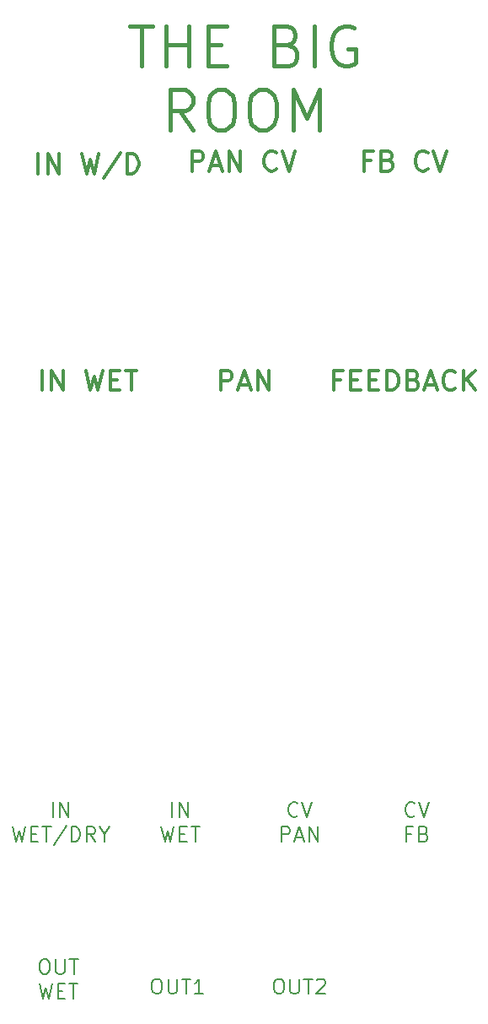
<source format=gbr>
G04 #@! TF.GenerationSoftware,KiCad,Pcbnew,(5.1.9-0-10_14)*
G04 #@! TF.CreationDate,2021-02-15T21:42:47-08:00*
G04 #@! TF.ProjectId,bigroom,62696772-6f6f-46d2-9e6b-696361645f70,rev?*
G04 #@! TF.SameCoordinates,Original*
G04 #@! TF.FileFunction,Legend,Top*
G04 #@! TF.FilePolarity,Positive*
%FSLAX46Y46*%
G04 Gerber Fmt 4.6, Leading zero omitted, Abs format (unit mm)*
G04 Created by KiCad (PCBNEW (5.1.9-0-10_14)) date 2021-02-15 21:42:47*
%MOMM*%
%LPD*%
G01*
G04 APERTURE LIST*
%ADD10C,0.200000*%
%ADD11C,0.400000*%
%ADD12C,0.300000*%
G04 APERTURE END LIST*
D10*
X42321428Y-80560714D02*
X42250000Y-80632142D01*
X42035714Y-80703571D01*
X41892857Y-80703571D01*
X41678571Y-80632142D01*
X41535714Y-80489285D01*
X41464285Y-80346428D01*
X41392857Y-80060714D01*
X41392857Y-79846428D01*
X41464285Y-79560714D01*
X41535714Y-79417857D01*
X41678571Y-79275000D01*
X41892857Y-79203571D01*
X42035714Y-79203571D01*
X42250000Y-79275000D01*
X42321428Y-79346428D01*
X42750000Y-79203571D02*
X43250000Y-80703571D01*
X43750000Y-79203571D01*
X41964285Y-82367857D02*
X41464285Y-82367857D01*
X41464285Y-83153571D02*
X41464285Y-81653571D01*
X42178571Y-81653571D01*
X43250000Y-82367857D02*
X43464285Y-82439285D01*
X43535714Y-82510714D01*
X43607142Y-82653571D01*
X43607142Y-82867857D01*
X43535714Y-83010714D01*
X43464285Y-83082142D01*
X43321428Y-83153571D01*
X42750000Y-83153571D01*
X42750000Y-81653571D01*
X43250000Y-81653571D01*
X43392857Y-81725000D01*
X43464285Y-81796428D01*
X43535714Y-81939285D01*
X43535714Y-82082142D01*
X43464285Y-82225000D01*
X43392857Y-82296428D01*
X43250000Y-82367857D01*
X42750000Y-82367857D01*
X30571428Y-80560714D02*
X30500000Y-80632142D01*
X30285714Y-80703571D01*
X30142857Y-80703571D01*
X29928571Y-80632142D01*
X29785714Y-80489285D01*
X29714285Y-80346428D01*
X29642857Y-80060714D01*
X29642857Y-79846428D01*
X29714285Y-79560714D01*
X29785714Y-79417857D01*
X29928571Y-79275000D01*
X30142857Y-79203571D01*
X30285714Y-79203571D01*
X30500000Y-79275000D01*
X30571428Y-79346428D01*
X31000000Y-79203571D02*
X31500000Y-80703571D01*
X32000000Y-79203571D01*
X28928571Y-83153571D02*
X28928571Y-81653571D01*
X29500000Y-81653571D01*
X29642857Y-81725000D01*
X29714285Y-81796428D01*
X29785714Y-81939285D01*
X29785714Y-82153571D01*
X29714285Y-82296428D01*
X29642857Y-82367857D01*
X29500000Y-82439285D01*
X28928571Y-82439285D01*
X30357142Y-82725000D02*
X31071428Y-82725000D01*
X30214285Y-83153571D02*
X30714285Y-81653571D01*
X31214285Y-83153571D01*
X31714285Y-83153571D02*
X31714285Y-81653571D01*
X32571428Y-83153571D01*
X32571428Y-81653571D01*
X17964285Y-80703571D02*
X17964285Y-79203571D01*
X18678571Y-80703571D02*
X18678571Y-79203571D01*
X19535714Y-80703571D01*
X19535714Y-79203571D01*
X16857142Y-81653571D02*
X17214285Y-83153571D01*
X17500000Y-82082142D01*
X17785714Y-83153571D01*
X18142857Y-81653571D01*
X18714285Y-82367857D02*
X19214285Y-82367857D01*
X19428571Y-83153571D02*
X18714285Y-83153571D01*
X18714285Y-81653571D01*
X19428571Y-81653571D01*
X19857142Y-81653571D02*
X20714285Y-81653571D01*
X20285714Y-83153571D02*
X20285714Y-81653571D01*
X5964285Y-80703571D02*
X5964285Y-79203571D01*
X6678571Y-80703571D02*
X6678571Y-79203571D01*
X7535714Y-80703571D01*
X7535714Y-79203571D01*
X1928571Y-81653571D02*
X2285714Y-83153571D01*
X2571428Y-82082142D01*
X2857142Y-83153571D01*
X3214285Y-81653571D01*
X3785714Y-82367857D02*
X4285714Y-82367857D01*
X4500000Y-83153571D02*
X3785714Y-83153571D01*
X3785714Y-81653571D01*
X4500000Y-81653571D01*
X4928571Y-81653571D02*
X5785714Y-81653571D01*
X5357142Y-83153571D02*
X5357142Y-81653571D01*
X7357142Y-81582142D02*
X6071428Y-83510714D01*
X7857142Y-83153571D02*
X7857142Y-81653571D01*
X8214285Y-81653571D01*
X8428571Y-81725000D01*
X8571428Y-81867857D01*
X8642857Y-82010714D01*
X8714285Y-82296428D01*
X8714285Y-82510714D01*
X8642857Y-82796428D01*
X8571428Y-82939285D01*
X8428571Y-83082142D01*
X8214285Y-83153571D01*
X7857142Y-83153571D01*
X10214285Y-83153571D02*
X9714285Y-82439285D01*
X9357142Y-83153571D02*
X9357142Y-81653571D01*
X9928571Y-81653571D01*
X10071428Y-81725000D01*
X10142857Y-81796428D01*
X10214285Y-81939285D01*
X10214285Y-82153571D01*
X10142857Y-82296428D01*
X10071428Y-82367857D01*
X9928571Y-82439285D01*
X9357142Y-82439285D01*
X11142857Y-82439285D02*
X11142857Y-83153571D01*
X10642857Y-81653571D02*
X11142857Y-82439285D01*
X11642857Y-81653571D01*
X28535714Y-96928571D02*
X28821428Y-96928571D01*
X28964285Y-97000000D01*
X29107142Y-97142857D01*
X29178571Y-97428571D01*
X29178571Y-97928571D01*
X29107142Y-98214285D01*
X28964285Y-98357142D01*
X28821428Y-98428571D01*
X28535714Y-98428571D01*
X28392857Y-98357142D01*
X28250000Y-98214285D01*
X28178571Y-97928571D01*
X28178571Y-97428571D01*
X28250000Y-97142857D01*
X28392857Y-97000000D01*
X28535714Y-96928571D01*
X29821428Y-96928571D02*
X29821428Y-98142857D01*
X29892857Y-98285714D01*
X29964285Y-98357142D01*
X30107142Y-98428571D01*
X30392857Y-98428571D01*
X30535714Y-98357142D01*
X30607142Y-98285714D01*
X30678571Y-98142857D01*
X30678571Y-96928571D01*
X31178571Y-96928571D02*
X32035714Y-96928571D01*
X31607142Y-98428571D02*
X31607142Y-96928571D01*
X32464285Y-97071428D02*
X32535714Y-97000000D01*
X32678571Y-96928571D01*
X33035714Y-96928571D01*
X33178571Y-97000000D01*
X33250000Y-97071428D01*
X33321428Y-97214285D01*
X33321428Y-97357142D01*
X33250000Y-97571428D01*
X32392857Y-98428571D01*
X33321428Y-98428571D01*
X16285714Y-96928571D02*
X16571428Y-96928571D01*
X16714285Y-97000000D01*
X16857142Y-97142857D01*
X16928571Y-97428571D01*
X16928571Y-97928571D01*
X16857142Y-98214285D01*
X16714285Y-98357142D01*
X16571428Y-98428571D01*
X16285714Y-98428571D01*
X16142857Y-98357142D01*
X16000000Y-98214285D01*
X15928571Y-97928571D01*
X15928571Y-97428571D01*
X16000000Y-97142857D01*
X16142857Y-97000000D01*
X16285714Y-96928571D01*
X17571428Y-96928571D02*
X17571428Y-98142857D01*
X17642857Y-98285714D01*
X17714285Y-98357142D01*
X17857142Y-98428571D01*
X18142857Y-98428571D01*
X18285714Y-98357142D01*
X18357142Y-98285714D01*
X18428571Y-98142857D01*
X18428571Y-96928571D01*
X18928571Y-96928571D02*
X19785714Y-96928571D01*
X19357142Y-98428571D02*
X19357142Y-96928571D01*
X21071428Y-98428571D02*
X20214285Y-98428571D01*
X20642857Y-98428571D02*
X20642857Y-96928571D01*
X20500000Y-97142857D01*
X20357142Y-97285714D01*
X20214285Y-97357142D01*
D11*
X13726190Y-1359523D02*
X16011904Y-1359523D01*
X14869047Y-5359523D02*
X14869047Y-1359523D01*
X17345238Y-5359523D02*
X17345238Y-1359523D01*
X17345238Y-3264285D02*
X19630952Y-3264285D01*
X19630952Y-5359523D02*
X19630952Y-1359523D01*
X21535714Y-3264285D02*
X22869047Y-3264285D01*
X23440476Y-5359523D02*
X21535714Y-5359523D01*
X21535714Y-1359523D01*
X23440476Y-1359523D01*
X29535714Y-3264285D02*
X30107142Y-3454761D01*
X30297619Y-3645238D01*
X30488095Y-4026190D01*
X30488095Y-4597619D01*
X30297619Y-4978571D01*
X30107142Y-5169047D01*
X29726190Y-5359523D01*
X28202380Y-5359523D01*
X28202380Y-1359523D01*
X29535714Y-1359523D01*
X29916666Y-1550000D01*
X30107142Y-1740476D01*
X30297619Y-2121428D01*
X30297619Y-2502380D01*
X30107142Y-2883333D01*
X29916666Y-3073809D01*
X29535714Y-3264285D01*
X28202380Y-3264285D01*
X32202380Y-5359523D02*
X32202380Y-1359523D01*
X36202380Y-1550000D02*
X35821428Y-1359523D01*
X35250000Y-1359523D01*
X34678571Y-1550000D01*
X34297619Y-1930952D01*
X34107142Y-2311904D01*
X33916666Y-3073809D01*
X33916666Y-3645238D01*
X34107142Y-4407142D01*
X34297619Y-4788095D01*
X34678571Y-5169047D01*
X35250000Y-5359523D01*
X35630952Y-5359523D01*
X36202380Y-5169047D01*
X36392857Y-4978571D01*
X36392857Y-3645238D01*
X35630952Y-3645238D01*
X20011904Y-11759523D02*
X18678571Y-9854761D01*
X17726190Y-11759523D02*
X17726190Y-7759523D01*
X19250000Y-7759523D01*
X19630952Y-7950000D01*
X19821428Y-8140476D01*
X20011904Y-8521428D01*
X20011904Y-9092857D01*
X19821428Y-9473809D01*
X19630952Y-9664285D01*
X19250000Y-9854761D01*
X17726190Y-9854761D01*
X22488095Y-7759523D02*
X23250000Y-7759523D01*
X23630952Y-7950000D01*
X24011904Y-8330952D01*
X24202380Y-9092857D01*
X24202380Y-10426190D01*
X24011904Y-11188095D01*
X23630952Y-11569047D01*
X23250000Y-11759523D01*
X22488095Y-11759523D01*
X22107142Y-11569047D01*
X21726190Y-11188095D01*
X21535714Y-10426190D01*
X21535714Y-9092857D01*
X21726190Y-8330952D01*
X22107142Y-7950000D01*
X22488095Y-7759523D01*
X26678571Y-7759523D02*
X27440476Y-7759523D01*
X27821428Y-7950000D01*
X28202380Y-8330952D01*
X28392857Y-9092857D01*
X28392857Y-10426190D01*
X28202380Y-11188095D01*
X27821428Y-11569047D01*
X27440476Y-11759523D01*
X26678571Y-11759523D01*
X26297619Y-11569047D01*
X25916666Y-11188095D01*
X25726190Y-10426190D01*
X25726190Y-9092857D01*
X25916666Y-8330952D01*
X26297619Y-7950000D01*
X26678571Y-7759523D01*
X30107142Y-11759523D02*
X30107142Y-7759523D01*
X31440476Y-10616666D01*
X32773809Y-7759523D01*
X32773809Y-11759523D01*
D12*
X4499999Y-16154761D02*
X4499999Y-14154761D01*
X5452380Y-16154761D02*
X5452380Y-14154761D01*
X6595238Y-16154761D01*
X6595238Y-14154761D01*
X8880952Y-14154761D02*
X9357142Y-16154761D01*
X9738095Y-14726190D01*
X10119047Y-16154761D01*
X10595238Y-14154761D01*
X12785714Y-14059523D02*
X11071428Y-16630952D01*
X13452380Y-16154761D02*
X13452380Y-14154761D01*
X13928571Y-14154761D01*
X14214285Y-14250000D01*
X14404761Y-14440476D01*
X14500000Y-14630952D01*
X14595238Y-15011904D01*
X14595238Y-15297619D01*
X14500000Y-15678571D01*
X14404761Y-15869047D01*
X14214285Y-16059523D01*
X13928571Y-16154761D01*
X13452380Y-16154761D01*
X19952380Y-15904761D02*
X19952380Y-13904761D01*
X20714285Y-13904761D01*
X20904761Y-14000000D01*
X21000000Y-14095238D01*
X21095238Y-14285714D01*
X21095238Y-14571428D01*
X21000000Y-14761904D01*
X20904761Y-14857142D01*
X20714285Y-14952380D01*
X19952380Y-14952380D01*
X21857142Y-15333333D02*
X22809523Y-15333333D01*
X21666666Y-15904761D02*
X22333333Y-13904761D01*
X23000000Y-15904761D01*
X23666666Y-15904761D02*
X23666666Y-13904761D01*
X24809523Y-15904761D01*
X24809523Y-13904761D01*
X28428571Y-15714285D02*
X28333333Y-15809523D01*
X28047619Y-15904761D01*
X27857142Y-15904761D01*
X27571428Y-15809523D01*
X27380952Y-15619047D01*
X27285714Y-15428571D01*
X27190476Y-15047619D01*
X27190476Y-14761904D01*
X27285714Y-14380952D01*
X27380952Y-14190476D01*
X27571428Y-14000000D01*
X27857142Y-13904761D01*
X28047619Y-13904761D01*
X28333333Y-14000000D01*
X28428571Y-14095238D01*
X29000000Y-13904761D02*
X29666666Y-15904761D01*
X30333333Y-13904761D01*
X37916666Y-14857142D02*
X37250000Y-14857142D01*
X37250000Y-15904761D02*
X37250000Y-13904761D01*
X38202380Y-13904761D01*
X39630952Y-14857142D02*
X39916666Y-14952380D01*
X40011904Y-15047619D01*
X40107142Y-15238095D01*
X40107142Y-15523809D01*
X40011904Y-15714285D01*
X39916666Y-15809523D01*
X39726190Y-15904761D01*
X38964285Y-15904761D01*
X38964285Y-13904761D01*
X39630952Y-13904761D01*
X39821428Y-14000000D01*
X39916666Y-14095238D01*
X40011904Y-14285714D01*
X40011904Y-14476190D01*
X39916666Y-14666666D01*
X39821428Y-14761904D01*
X39630952Y-14857142D01*
X38964285Y-14857142D01*
X43630952Y-15714285D02*
X43535714Y-15809523D01*
X43250000Y-15904761D01*
X43059523Y-15904761D01*
X42773809Y-15809523D01*
X42583333Y-15619047D01*
X42488095Y-15428571D01*
X42392857Y-15047619D01*
X42392857Y-14761904D01*
X42488095Y-14380952D01*
X42583333Y-14190476D01*
X42773809Y-14000000D01*
X43059523Y-13904761D01*
X43250000Y-13904761D01*
X43535714Y-14000000D01*
X43630952Y-14095238D01*
X44202380Y-13904761D02*
X44869047Y-15904761D01*
X45535714Y-13904761D01*
X34869047Y-36857142D02*
X34202380Y-36857142D01*
X34202380Y-37904761D02*
X34202380Y-35904761D01*
X35154761Y-35904761D01*
X35916666Y-36857142D02*
X36583333Y-36857142D01*
X36869047Y-37904761D02*
X35916666Y-37904761D01*
X35916666Y-35904761D01*
X36869047Y-35904761D01*
X37726190Y-36857142D02*
X38392857Y-36857142D01*
X38678571Y-37904761D02*
X37726190Y-37904761D01*
X37726190Y-35904761D01*
X38678571Y-35904761D01*
X39535714Y-37904761D02*
X39535714Y-35904761D01*
X40011904Y-35904761D01*
X40297619Y-36000000D01*
X40488095Y-36190476D01*
X40583333Y-36380952D01*
X40678571Y-36761904D01*
X40678571Y-37047619D01*
X40583333Y-37428571D01*
X40488095Y-37619047D01*
X40297619Y-37809523D01*
X40011904Y-37904761D01*
X39535714Y-37904761D01*
X42202380Y-36857142D02*
X42488095Y-36952380D01*
X42583333Y-37047619D01*
X42678571Y-37238095D01*
X42678571Y-37523809D01*
X42583333Y-37714285D01*
X42488095Y-37809523D01*
X42297619Y-37904761D01*
X41535714Y-37904761D01*
X41535714Y-35904761D01*
X42202380Y-35904761D01*
X42392857Y-36000000D01*
X42488095Y-36095238D01*
X42583333Y-36285714D01*
X42583333Y-36476190D01*
X42488095Y-36666666D01*
X42392857Y-36761904D01*
X42202380Y-36857142D01*
X41535714Y-36857142D01*
X43440476Y-37333333D02*
X44392857Y-37333333D01*
X43250000Y-37904761D02*
X43916666Y-35904761D01*
X44583333Y-37904761D01*
X46392857Y-37714285D02*
X46297619Y-37809523D01*
X46011904Y-37904761D01*
X45821428Y-37904761D01*
X45535714Y-37809523D01*
X45345238Y-37619047D01*
X45250000Y-37428571D01*
X45154761Y-37047619D01*
X45154761Y-36761904D01*
X45250000Y-36380952D01*
X45345238Y-36190476D01*
X45535714Y-36000000D01*
X45821428Y-35904761D01*
X46011904Y-35904761D01*
X46297619Y-36000000D01*
X46392857Y-36095238D01*
X47250000Y-37904761D02*
X47250000Y-35904761D01*
X48392857Y-37904761D02*
X47535714Y-36761904D01*
X48392857Y-35904761D02*
X47250000Y-37047619D01*
X22821428Y-37904761D02*
X22821428Y-35904761D01*
X23583333Y-35904761D01*
X23773809Y-36000000D01*
X23869047Y-36095238D01*
X23964285Y-36285714D01*
X23964285Y-36571428D01*
X23869047Y-36761904D01*
X23773809Y-36857142D01*
X23583333Y-36952380D01*
X22821428Y-36952380D01*
X24726190Y-37333333D02*
X25678571Y-37333333D01*
X24535714Y-37904761D02*
X25202380Y-35904761D01*
X25869047Y-37904761D01*
X26535714Y-37904761D02*
X26535714Y-35904761D01*
X27678571Y-37904761D01*
X27678571Y-35904761D01*
D10*
X5000000Y-94953571D02*
X5285714Y-94953571D01*
X5428571Y-95025000D01*
X5571428Y-95167857D01*
X5642857Y-95453571D01*
X5642857Y-95953571D01*
X5571428Y-96239285D01*
X5428571Y-96382142D01*
X5285714Y-96453571D01*
X5000000Y-96453571D01*
X4857142Y-96382142D01*
X4714285Y-96239285D01*
X4642857Y-95953571D01*
X4642857Y-95453571D01*
X4714285Y-95167857D01*
X4857142Y-95025000D01*
X5000000Y-94953571D01*
X6285714Y-94953571D02*
X6285714Y-96167857D01*
X6357142Y-96310714D01*
X6428571Y-96382142D01*
X6571428Y-96453571D01*
X6857142Y-96453571D01*
X7000000Y-96382142D01*
X7071428Y-96310714D01*
X7142857Y-96167857D01*
X7142857Y-94953571D01*
X7642857Y-94953571D02*
X8500000Y-94953571D01*
X8071428Y-96453571D02*
X8071428Y-94953571D01*
X4607142Y-97403571D02*
X4964285Y-98903571D01*
X5250000Y-97832142D01*
X5535714Y-98903571D01*
X5892857Y-97403571D01*
X6464285Y-98117857D02*
X6964285Y-98117857D01*
X7178571Y-98903571D02*
X6464285Y-98903571D01*
X6464285Y-97403571D01*
X7178571Y-97403571D01*
X7607142Y-97403571D02*
X8464285Y-97403571D01*
X8035714Y-98903571D02*
X8035714Y-97403571D01*
D12*
X4880952Y-37904761D02*
X4880952Y-35904761D01*
X5833333Y-37904761D02*
X5833333Y-35904761D01*
X6976190Y-37904761D01*
X6976190Y-35904761D01*
X9261904Y-35904761D02*
X9738095Y-37904761D01*
X10119047Y-36476190D01*
X10500000Y-37904761D01*
X10976190Y-35904761D01*
X11738095Y-36857142D02*
X12404761Y-36857142D01*
X12690476Y-37904761D02*
X11738095Y-37904761D01*
X11738095Y-35904761D01*
X12690476Y-35904761D01*
X13261904Y-35904761D02*
X14404761Y-35904761D01*
X13833333Y-37904761D02*
X13833333Y-35904761D01*
M02*

</source>
